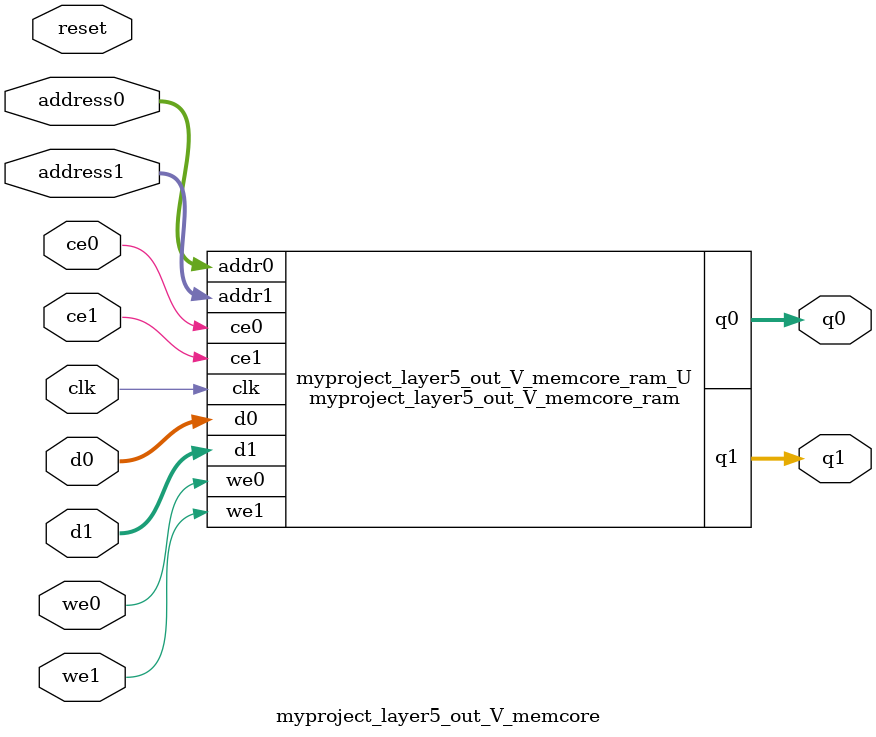
<source format=v>
`timescale 1 ns / 1 ps
module myproject_layer5_out_V_memcore_ram (addr0, ce0, d0, we0, q0, addr1, ce1, d1, we1, q1,  clk);

parameter DWIDTH = 11;
parameter AWIDTH = 14;
parameter MEM_SIZE = 13456;

input[AWIDTH-1:0] addr0;
input ce0;
input[DWIDTH-1:0] d0;
input we0;
output reg[DWIDTH-1:0] q0;
input[AWIDTH-1:0] addr1;
input ce1;
input[DWIDTH-1:0] d1;
input we1;
output reg[DWIDTH-1:0] q1;
input clk;

(* ram_style = "block" *)reg [DWIDTH-1:0] ram[0:MEM_SIZE-1];




always @(posedge clk)  
begin 
    if (ce0) 
    begin
        if (we0) 
        begin 
            ram[addr0] <= d0; 
        end 
        q0 <= ram[addr0];
    end
end


always @(posedge clk)  
begin 
    if (ce1) 
    begin
        if (we1) 
        begin 
            ram[addr1] <= d1; 
        end 
        q1 <= ram[addr1];
    end
end


endmodule

`timescale 1 ns / 1 ps
module myproject_layer5_out_V_memcore(
    reset,
    clk,
    address0,
    ce0,
    we0,
    d0,
    q0,
    address1,
    ce1,
    we1,
    d1,
    q1);

parameter DataWidth = 32'd11;
parameter AddressRange = 32'd13456;
parameter AddressWidth = 32'd14;
input reset;
input clk;
input[AddressWidth - 1:0] address0;
input ce0;
input we0;
input[DataWidth - 1:0] d0;
output[DataWidth - 1:0] q0;
input[AddressWidth - 1:0] address1;
input ce1;
input we1;
input[DataWidth - 1:0] d1;
output[DataWidth - 1:0] q1;



myproject_layer5_out_V_memcore_ram myproject_layer5_out_V_memcore_ram_U(
    .clk( clk ),
    .addr0( address0 ),
    .ce0( ce0 ),
    .we0( we0 ),
    .d0( d0 ),
    .q0( q0 ),
    .addr1( address1 ),
    .ce1( ce1 ),
    .we1( we1 ),
    .d1( d1 ),
    .q1( q1 ));

endmodule


</source>
